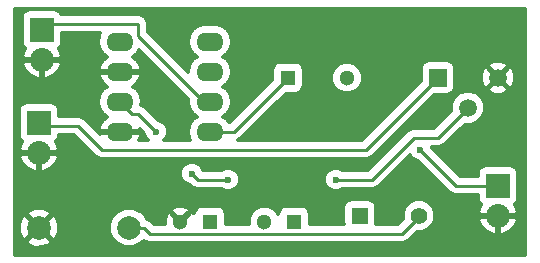
<source format=gbr>
G04 #@! TF.FileFunction,Copper,L2,Bot,Signal*
%FSLAX46Y46*%
G04 Gerber Fmt 4.6, Leading zero omitted, Abs format (unit mm)*
G04 Created by KiCad (PCBNEW 4.0.1-stable) date 08/09/2016 11:32:39 PM*
%MOMM*%
G01*
G04 APERTURE LIST*
%ADD10C,0.100000*%
%ADD11R,2.032000X2.032000*%
%ADD12O,2.032000X2.032000*%
%ADD13R,1.300000X1.300000*%
%ADD14C,1.300000*%
%ADD15R,1.400000X1.400000*%
%ADD16C,1.400000*%
%ADD17O,2.300000X1.600000*%
%ADD18C,1.998980*%
%ADD19C,1.510000*%
%ADD20R,1.510000X1.510000*%
%ADD21C,0.600000*%
%ADD22C,0.250000*%
%ADD23C,0.350000*%
G04 APERTURE END LIST*
D10*
D11*
X113284000Y-82296000D03*
D12*
X113284000Y-84836000D03*
D13*
X127508000Y-98552000D03*
D14*
X125008000Y-98552000D03*
D13*
X134620000Y-98552000D03*
D14*
X132120000Y-98552000D03*
D15*
X140208000Y-98044000D03*
D16*
X145208000Y-98044000D03*
D13*
X134112000Y-86360000D03*
D14*
X139112000Y-86360000D03*
D11*
X113030000Y-90170000D03*
D12*
X113030000Y-92710000D03*
D17*
X119888000Y-83312000D03*
X119888000Y-85852000D03*
X119888000Y-88392000D03*
X119888000Y-90932000D03*
X127508000Y-90932000D03*
X127508000Y-88392000D03*
X127508000Y-85852000D03*
X127508000Y-83312000D03*
D11*
X151892000Y-95504000D03*
D12*
X151892000Y-98044000D03*
D18*
X120650000Y-99060000D03*
X113030000Y-99060000D03*
D19*
X151892000Y-86360000D03*
D20*
X146812000Y-86360000D03*
D19*
X149352000Y-88900000D03*
D21*
X138176000Y-94996000D03*
X122936000Y-90932000D03*
X125984000Y-94488000D03*
X129032000Y-94996000D03*
X145288000Y-92456000D03*
D22*
X113284000Y-82296000D02*
X113792000Y-81788000D01*
X113792000Y-81788000D02*
X121412000Y-81788000D01*
X121412000Y-81788000D02*
X121412000Y-82804000D01*
X121412000Y-82804000D02*
X127000000Y-88392000D01*
X127000000Y-88392000D02*
X127508000Y-88392000D01*
X113030000Y-99060000D02*
X113284000Y-99060000D01*
X149352000Y-88900000D02*
X146812000Y-91440000D01*
X146812000Y-91440000D02*
X144780000Y-91440000D01*
X144780000Y-91440000D02*
X141224000Y-94996000D01*
X141224000Y-94996000D02*
X138176000Y-94996000D01*
X119888000Y-88392000D02*
X120904000Y-89408000D01*
X120904000Y-89408000D02*
X121412000Y-89408000D01*
X121412000Y-89408000D02*
X122936000Y-90932000D01*
X125984000Y-94488000D02*
X126492000Y-94996000D01*
X126492000Y-94996000D02*
X129032000Y-94996000D01*
X134112000Y-86360000D02*
X129540000Y-90932000D01*
X129540000Y-90932000D02*
X127508000Y-90932000D01*
X145208000Y-98044000D02*
X145288000Y-98044000D01*
X145288000Y-98044000D02*
X143764000Y-99568000D01*
X143764000Y-99568000D02*
X122428000Y-99568000D01*
X122428000Y-99568000D02*
X121920000Y-99060000D01*
X121920000Y-99060000D02*
X120650000Y-99060000D01*
X145288000Y-92456000D02*
X148336000Y-95504000D01*
X148336000Y-95504000D02*
X151892000Y-95504000D01*
X146812000Y-86360000D02*
X140716000Y-92456000D01*
X140716000Y-92456000D02*
X118364000Y-92456000D01*
X118364000Y-92456000D02*
X116332000Y-90424000D01*
X116332000Y-90424000D02*
X113284000Y-90424000D01*
X113284000Y-90424000D02*
X113030000Y-90170000D01*
D23*
G36*
X154182000Y-101350000D02*
X110994000Y-101350000D01*
X110994000Y-100206702D01*
X111995021Y-100206702D01*
X112086664Y-100492792D01*
X112706777Y-100744726D01*
X113376098Y-100740176D01*
X113973336Y-100492792D01*
X114064979Y-100206702D01*
X113030000Y-99171723D01*
X111995021Y-100206702D01*
X110994000Y-100206702D01*
X110994000Y-98736777D01*
X111345274Y-98736777D01*
X111349824Y-99406098D01*
X111597208Y-100003336D01*
X111883298Y-100094979D01*
X112918277Y-99060000D01*
X113141723Y-99060000D01*
X114176702Y-100094979D01*
X114462792Y-100003336D01*
X114710672Y-99393200D01*
X118967219Y-99393200D01*
X119222823Y-100011809D01*
X119695702Y-100485514D01*
X120313864Y-100742197D01*
X120983200Y-100742781D01*
X121601809Y-100487177D01*
X121912724Y-100176804D01*
X121957469Y-100206702D01*
X122118792Y-100314495D01*
X122428000Y-100376000D01*
X143764000Y-100376000D01*
X144073209Y-100314495D01*
X144335342Y-100139342D01*
X145047823Y-99426861D01*
X145481889Y-99427240D01*
X145990383Y-99217134D01*
X146379767Y-98828430D01*
X146562847Y-98387523D01*
X150228085Y-98387523D01*
X150486204Y-98998127D01*
X150958342Y-99463473D01*
X151548478Y-99707909D01*
X151813000Y-99570207D01*
X151813000Y-98123000D01*
X151971000Y-98123000D01*
X151971000Y-99570207D01*
X152235522Y-99707909D01*
X152825658Y-99463473D01*
X153297796Y-98998127D01*
X153555915Y-98387523D01*
X153418418Y-98123000D01*
X151971000Y-98123000D01*
X151813000Y-98123000D01*
X150365582Y-98123000D01*
X150228085Y-98387523D01*
X146562847Y-98387523D01*
X146590760Y-98320303D01*
X146591240Y-97770111D01*
X146381134Y-97261617D01*
X145992430Y-96872233D01*
X145484303Y-96661240D01*
X144934111Y-96660760D01*
X144425617Y-96870866D01*
X144036233Y-97259570D01*
X143825240Y-97767697D01*
X143824760Y-98317889D01*
X143838404Y-98350911D01*
X143429316Y-98760000D01*
X141601140Y-98760000D01*
X141604380Y-98744000D01*
X141604380Y-97344000D01*
X141556755Y-97090896D01*
X141407171Y-96858435D01*
X141178931Y-96702485D01*
X140908000Y-96647620D01*
X139508000Y-96647620D01*
X139254896Y-96695245D01*
X139022435Y-96844829D01*
X138866485Y-97073069D01*
X138811620Y-97344000D01*
X138811620Y-98744000D01*
X138814631Y-98760000D01*
X135966380Y-98760000D01*
X135966380Y-97902000D01*
X135918755Y-97648896D01*
X135769171Y-97416435D01*
X135540931Y-97260485D01*
X135270000Y-97205620D01*
X133970000Y-97205620D01*
X133716896Y-97253245D01*
X133484435Y-97402829D01*
X133328485Y-97631069D01*
X133280235Y-97869333D01*
X133250721Y-97797903D01*
X132876070Y-97422597D01*
X132386313Y-97219232D01*
X131856013Y-97218769D01*
X131365903Y-97421279D01*
X130990597Y-97795930D01*
X130787232Y-98285687D01*
X130786818Y-98760000D01*
X128854380Y-98760000D01*
X128854380Y-97902000D01*
X128806755Y-97648896D01*
X128657171Y-97416435D01*
X128428931Y-97260485D01*
X128158000Y-97205620D01*
X126858000Y-97205620D01*
X126604896Y-97253245D01*
X126372435Y-97402829D01*
X126216485Y-97631069D01*
X126169873Y-97861247D01*
X126152123Y-97818395D01*
X125902303Y-97769419D01*
X125119723Y-98552000D01*
X125133865Y-98566142D01*
X125022142Y-98677865D01*
X125008000Y-98663723D01*
X124993858Y-98677865D01*
X124882135Y-98566142D01*
X124896277Y-98552000D01*
X124113697Y-97769419D01*
X123863877Y-97818395D01*
X123670230Y-98312074D01*
X123678693Y-98760000D01*
X122762685Y-98760000D01*
X122491342Y-98488658D01*
X122229209Y-98313505D01*
X122155994Y-98298942D01*
X122077177Y-98108191D01*
X121627469Y-97657697D01*
X124225419Y-97657697D01*
X125008000Y-98440277D01*
X125790581Y-97657697D01*
X125741605Y-97407877D01*
X125247926Y-97214230D01*
X124717721Y-97224247D01*
X124274395Y-97407877D01*
X124225419Y-97657697D01*
X121627469Y-97657697D01*
X121604298Y-97634486D01*
X120986136Y-97377803D01*
X120316800Y-97377219D01*
X119698191Y-97632823D01*
X119224486Y-98105702D01*
X118967803Y-98723864D01*
X118967219Y-99393200D01*
X114710672Y-99393200D01*
X114714726Y-99383223D01*
X114710176Y-98713902D01*
X114462792Y-98116664D01*
X114176702Y-98025021D01*
X113141723Y-99060000D01*
X112918277Y-99060000D01*
X111883298Y-98025021D01*
X111597208Y-98116664D01*
X111345274Y-98736777D01*
X110994000Y-98736777D01*
X110994000Y-97913298D01*
X111995021Y-97913298D01*
X113030000Y-98948277D01*
X114064979Y-97913298D01*
X113973336Y-97627208D01*
X113353223Y-97375274D01*
X112683902Y-97379824D01*
X112086664Y-97627208D01*
X111995021Y-97913298D01*
X110994000Y-97913298D01*
X110994000Y-94682673D01*
X125000830Y-94682673D01*
X125150167Y-95044097D01*
X125426448Y-95320861D01*
X125787611Y-95470829D01*
X125824176Y-95470861D01*
X125920657Y-95567342D01*
X126095810Y-95684375D01*
X126182792Y-95742495D01*
X126492000Y-95804000D01*
X128449630Y-95804000D01*
X128474448Y-95828861D01*
X128835611Y-95978829D01*
X129226673Y-95979170D01*
X129588097Y-95829833D01*
X129864861Y-95553552D01*
X130014829Y-95192389D01*
X130014830Y-95190673D01*
X137192830Y-95190673D01*
X137342167Y-95552097D01*
X137618448Y-95828861D01*
X137979611Y-95978829D01*
X138370673Y-95979170D01*
X138732097Y-95829833D01*
X138757975Y-95804000D01*
X141224000Y-95804000D01*
X141533209Y-95742495D01*
X141795342Y-95567342D01*
X144423882Y-92938802D01*
X144454167Y-93012097D01*
X144730448Y-93288861D01*
X145091611Y-93438829D01*
X145128177Y-93438861D01*
X147764658Y-96075342D01*
X148026791Y-96250495D01*
X148336000Y-96312000D01*
X150179620Y-96312000D01*
X150179620Y-96520000D01*
X150227245Y-96773104D01*
X150376829Y-97005565D01*
X150491941Y-97084218D01*
X150486204Y-97089873D01*
X150228085Y-97700477D01*
X150365582Y-97965000D01*
X151813000Y-97965000D01*
X151813000Y-97945000D01*
X151971000Y-97945000D01*
X151971000Y-97965000D01*
X153418418Y-97965000D01*
X153555915Y-97700477D01*
X153297796Y-97089873D01*
X153292224Y-97084382D01*
X153393565Y-97019171D01*
X153549515Y-96790931D01*
X153604380Y-96520000D01*
X153604380Y-94488000D01*
X153556755Y-94234896D01*
X153407171Y-94002435D01*
X153178931Y-93846485D01*
X152908000Y-93791620D01*
X150876000Y-93791620D01*
X150622896Y-93839245D01*
X150390435Y-93988829D01*
X150234485Y-94217069D01*
X150179620Y-94488000D01*
X150179620Y-94696000D01*
X148670684Y-94696000D01*
X146271139Y-92296455D01*
X146271170Y-92261327D01*
X146265663Y-92248000D01*
X146812000Y-92248000D01*
X147121209Y-92186495D01*
X147383342Y-92011342D01*
X149059216Y-90335469D01*
X149064709Y-90337750D01*
X149636781Y-90338249D01*
X150165497Y-90119788D01*
X150570366Y-89715625D01*
X150789750Y-89187291D01*
X150790249Y-88615219D01*
X150571788Y-88086503D01*
X150167625Y-87681634D01*
X149639291Y-87462250D01*
X149067219Y-87461751D01*
X148538503Y-87680212D01*
X148133634Y-88084375D01*
X147914250Y-88612709D01*
X147913751Y-89184781D01*
X147916904Y-89192411D01*
X146477316Y-90632000D01*
X144780000Y-90632000D01*
X144470792Y-90693505D01*
X144411371Y-90733209D01*
X144208657Y-90868658D01*
X140889316Y-94188000D01*
X138758370Y-94188000D01*
X138733552Y-94163139D01*
X138372389Y-94013171D01*
X137981327Y-94012830D01*
X137619903Y-94162167D01*
X137343139Y-94438448D01*
X137193171Y-94799611D01*
X137192830Y-95190673D01*
X130014830Y-95190673D01*
X130015170Y-94801327D01*
X129865833Y-94439903D01*
X129589552Y-94163139D01*
X129228389Y-94013171D01*
X128837327Y-94012830D01*
X128475903Y-94162167D01*
X128450025Y-94188000D01*
X126923650Y-94188000D01*
X126817833Y-93931903D01*
X126541552Y-93655139D01*
X126180389Y-93505171D01*
X125789327Y-93504830D01*
X125427903Y-93654167D01*
X125151139Y-93930448D01*
X125001171Y-94291611D01*
X125000830Y-94682673D01*
X110994000Y-94682673D01*
X110994000Y-93053523D01*
X111366085Y-93053523D01*
X111624204Y-93664127D01*
X112096342Y-94129473D01*
X112686478Y-94373909D01*
X112951000Y-94236207D01*
X112951000Y-92789000D01*
X113109000Y-92789000D01*
X113109000Y-94236207D01*
X113373522Y-94373909D01*
X113963658Y-94129473D01*
X114435796Y-93664127D01*
X114693915Y-93053523D01*
X114556418Y-92789000D01*
X113109000Y-92789000D01*
X112951000Y-92789000D01*
X111503582Y-92789000D01*
X111366085Y-93053523D01*
X110994000Y-93053523D01*
X110994000Y-89154000D01*
X111317620Y-89154000D01*
X111317620Y-91186000D01*
X111365245Y-91439104D01*
X111514829Y-91671565D01*
X111629941Y-91750218D01*
X111624204Y-91755873D01*
X111366085Y-92366477D01*
X111503582Y-92631000D01*
X112951000Y-92631000D01*
X112951000Y-92611000D01*
X113109000Y-92611000D01*
X113109000Y-92631000D01*
X114556418Y-92631000D01*
X114693915Y-92366477D01*
X114435796Y-91755873D01*
X114430224Y-91750382D01*
X114531565Y-91685171D01*
X114687515Y-91456931D01*
X114733065Y-91232000D01*
X115997316Y-91232000D01*
X117792658Y-93027342D01*
X118054791Y-93202495D01*
X118364000Y-93264000D01*
X140716000Y-93264000D01*
X141025209Y-93202495D01*
X141287342Y-93027342D01*
X146503304Y-87811380D01*
X147567000Y-87811380D01*
X147820104Y-87763755D01*
X148052565Y-87614171D01*
X148208515Y-87385931D01*
X148219809Y-87330158D01*
X151033565Y-87330158D01*
X151095370Y-87590870D01*
X151627043Y-87802033D01*
X152199054Y-87793659D01*
X152688630Y-87590870D01*
X152750435Y-87330158D01*
X151892000Y-86471723D01*
X151033565Y-87330158D01*
X148219809Y-87330158D01*
X148263380Y-87115000D01*
X148263380Y-86095043D01*
X150449967Y-86095043D01*
X150458341Y-86667054D01*
X150661130Y-87156630D01*
X150921842Y-87218435D01*
X151780277Y-86360000D01*
X152003723Y-86360000D01*
X152862158Y-87218435D01*
X153122870Y-87156630D01*
X153334033Y-86624957D01*
X153325659Y-86052946D01*
X153122870Y-85563370D01*
X152862158Y-85501565D01*
X152003723Y-86360000D01*
X151780277Y-86360000D01*
X150921842Y-85501565D01*
X150661130Y-85563370D01*
X150449967Y-86095043D01*
X148263380Y-86095043D01*
X148263380Y-85605000D01*
X148222896Y-85389842D01*
X151033565Y-85389842D01*
X151892000Y-86248277D01*
X152750435Y-85389842D01*
X152688630Y-85129130D01*
X152156957Y-84917967D01*
X151584946Y-84926341D01*
X151095370Y-85129130D01*
X151033565Y-85389842D01*
X148222896Y-85389842D01*
X148215755Y-85351896D01*
X148066171Y-85119435D01*
X147837931Y-84963485D01*
X147567000Y-84908620D01*
X146057000Y-84908620D01*
X145803896Y-84956245D01*
X145571435Y-85105829D01*
X145415485Y-85334069D01*
X145360620Y-85605000D01*
X145360620Y-86668696D01*
X140381316Y-91648000D01*
X129894848Y-91648000D01*
X130111342Y-91503342D01*
X133908305Y-87706380D01*
X134762000Y-87706380D01*
X135015104Y-87658755D01*
X135247565Y-87509171D01*
X135403515Y-87280931D01*
X135458380Y-87010000D01*
X135458380Y-86623987D01*
X137778769Y-86623987D01*
X137981279Y-87114097D01*
X138355930Y-87489403D01*
X138845687Y-87692768D01*
X139375987Y-87693231D01*
X139866097Y-87490721D01*
X140241403Y-87116070D01*
X140444768Y-86626313D01*
X140445231Y-86096013D01*
X140242721Y-85605903D01*
X139868070Y-85230597D01*
X139378313Y-85027232D01*
X138848013Y-85026769D01*
X138357903Y-85229279D01*
X137982597Y-85603930D01*
X137779232Y-86093687D01*
X137778769Y-86623987D01*
X135458380Y-86623987D01*
X135458380Y-85710000D01*
X135410755Y-85456896D01*
X135261171Y-85224435D01*
X135032931Y-85068485D01*
X134762000Y-85013620D01*
X133462000Y-85013620D01*
X133208896Y-85061245D01*
X132976435Y-85210829D01*
X132820485Y-85439069D01*
X132765620Y-85710000D01*
X132765620Y-86563695D01*
X129205316Y-90124000D01*
X129103340Y-90124000D01*
X128942550Y-89883361D01*
X128611260Y-89662000D01*
X128942550Y-89440639D01*
X129264024Y-88959520D01*
X129376911Y-88392000D01*
X129264024Y-87824480D01*
X128942550Y-87343361D01*
X128611260Y-87122000D01*
X128942550Y-86900639D01*
X129264024Y-86419520D01*
X129376911Y-85852000D01*
X129264024Y-85284480D01*
X128942550Y-84803361D01*
X128611260Y-84582000D01*
X128942550Y-84360639D01*
X129264024Y-83879520D01*
X129376911Y-83312000D01*
X129264024Y-82744480D01*
X128942550Y-82263361D01*
X128461431Y-81941887D01*
X127893911Y-81829000D01*
X127122089Y-81829000D01*
X126554569Y-81941887D01*
X126073450Y-82263361D01*
X125751976Y-82744480D01*
X125639089Y-83312000D01*
X125751976Y-83879520D01*
X126073450Y-84360639D01*
X126404740Y-84582000D01*
X126073450Y-84803361D01*
X125751976Y-85284480D01*
X125639089Y-85852000D01*
X125648128Y-85897444D01*
X122220000Y-82469316D01*
X122220000Y-81788000D01*
X122158495Y-81478792D01*
X121983342Y-81216658D01*
X121721208Y-81041505D01*
X121412000Y-80980000D01*
X114918578Y-80980000D01*
X114799171Y-80794435D01*
X114570931Y-80638485D01*
X114300000Y-80583620D01*
X112268000Y-80583620D01*
X112014896Y-80631245D01*
X111782435Y-80780829D01*
X111626485Y-81009069D01*
X111571620Y-81280000D01*
X111571620Y-83312000D01*
X111619245Y-83565104D01*
X111768829Y-83797565D01*
X111883941Y-83876218D01*
X111878204Y-83881873D01*
X111620085Y-84492477D01*
X111757582Y-84757000D01*
X113205000Y-84757000D01*
X113205000Y-84737000D01*
X113363000Y-84737000D01*
X113363000Y-84757000D01*
X114810418Y-84757000D01*
X114947915Y-84492477D01*
X114689796Y-83881873D01*
X114684224Y-83876382D01*
X114785565Y-83811171D01*
X114941515Y-83582931D01*
X114996380Y-83312000D01*
X114996380Y-82596000D01*
X118231187Y-82596000D01*
X118131976Y-82744480D01*
X118019089Y-83312000D01*
X118131976Y-83879520D01*
X118453450Y-84360639D01*
X118794955Y-84588826D01*
X118433499Y-84859222D01*
X118137654Y-85357467D01*
X118087697Y-85542310D01*
X118228130Y-85773000D01*
X119809000Y-85773000D01*
X119809000Y-85753000D01*
X119967000Y-85753000D01*
X119967000Y-85773000D01*
X121547870Y-85773000D01*
X121688303Y-85542310D01*
X121638346Y-85357467D01*
X121342501Y-84859222D01*
X120981045Y-84588826D01*
X121322550Y-84360639D01*
X121524186Y-84058870D01*
X125675295Y-88209980D01*
X125639089Y-88392000D01*
X125751976Y-88959520D01*
X126073450Y-89440639D01*
X126404740Y-89662000D01*
X126073450Y-89883361D01*
X125751976Y-90364480D01*
X125639089Y-90932000D01*
X125751976Y-91499520D01*
X125851187Y-91648000D01*
X123610136Y-91648000D01*
X123768861Y-91489552D01*
X123918829Y-91128389D01*
X123919170Y-90737327D01*
X123769833Y-90375903D01*
X123493552Y-90099139D01*
X123132389Y-89949171D01*
X123095824Y-89949139D01*
X121983342Y-88836658D01*
X121721209Y-88661505D01*
X121703985Y-88658079D01*
X121756911Y-88392000D01*
X121644024Y-87824480D01*
X121322550Y-87343361D01*
X120981045Y-87115174D01*
X121342501Y-86844778D01*
X121638346Y-86346533D01*
X121688303Y-86161690D01*
X121547870Y-85931000D01*
X119967000Y-85931000D01*
X119967000Y-85951000D01*
X119809000Y-85951000D01*
X119809000Y-85931000D01*
X118228130Y-85931000D01*
X118087697Y-86161690D01*
X118137654Y-86346533D01*
X118433499Y-86844778D01*
X118794955Y-87115174D01*
X118453450Y-87343361D01*
X118131976Y-87824480D01*
X118019089Y-88392000D01*
X118131976Y-88959520D01*
X118453450Y-89440639D01*
X118794955Y-89668826D01*
X118433499Y-89939222D01*
X118137654Y-90437467D01*
X118087697Y-90622310D01*
X118228130Y-90853000D01*
X119809000Y-90853000D01*
X119809000Y-90833000D01*
X119967000Y-90833000D01*
X119967000Y-90853000D01*
X121547870Y-90853000D01*
X121610853Y-90749538D01*
X121952861Y-91091545D01*
X121952830Y-91126673D01*
X122102167Y-91488097D01*
X122261791Y-91648000D01*
X121506845Y-91648000D01*
X121638346Y-91426533D01*
X121688303Y-91241690D01*
X121547870Y-91011000D01*
X119967000Y-91011000D01*
X119967000Y-91031000D01*
X119809000Y-91031000D01*
X119809000Y-91011000D01*
X118228130Y-91011000D01*
X118165147Y-91114463D01*
X116903342Y-89852658D01*
X116641209Y-89677505D01*
X116332000Y-89616000D01*
X114742380Y-89616000D01*
X114742380Y-89154000D01*
X114694755Y-88900896D01*
X114545171Y-88668435D01*
X114316931Y-88512485D01*
X114046000Y-88457620D01*
X112014000Y-88457620D01*
X111760896Y-88505245D01*
X111528435Y-88654829D01*
X111372485Y-88883069D01*
X111317620Y-89154000D01*
X110994000Y-89154000D01*
X110994000Y-85179523D01*
X111620085Y-85179523D01*
X111878204Y-85790127D01*
X112350342Y-86255473D01*
X112940478Y-86499909D01*
X113205000Y-86362207D01*
X113205000Y-84915000D01*
X113363000Y-84915000D01*
X113363000Y-86362207D01*
X113627522Y-86499909D01*
X114217658Y-86255473D01*
X114689796Y-85790127D01*
X114947915Y-85179523D01*
X114810418Y-84915000D01*
X113363000Y-84915000D01*
X113205000Y-84915000D01*
X111757582Y-84915000D01*
X111620085Y-85179523D01*
X110994000Y-85179523D01*
X110994000Y-80514000D01*
X154182000Y-80514000D01*
X154182000Y-101350000D01*
X154182000Y-101350000D01*
G37*
X154182000Y-101350000D02*
X110994000Y-101350000D01*
X110994000Y-100206702D01*
X111995021Y-100206702D01*
X112086664Y-100492792D01*
X112706777Y-100744726D01*
X113376098Y-100740176D01*
X113973336Y-100492792D01*
X114064979Y-100206702D01*
X113030000Y-99171723D01*
X111995021Y-100206702D01*
X110994000Y-100206702D01*
X110994000Y-98736777D01*
X111345274Y-98736777D01*
X111349824Y-99406098D01*
X111597208Y-100003336D01*
X111883298Y-100094979D01*
X112918277Y-99060000D01*
X113141723Y-99060000D01*
X114176702Y-100094979D01*
X114462792Y-100003336D01*
X114710672Y-99393200D01*
X118967219Y-99393200D01*
X119222823Y-100011809D01*
X119695702Y-100485514D01*
X120313864Y-100742197D01*
X120983200Y-100742781D01*
X121601809Y-100487177D01*
X121912724Y-100176804D01*
X121957469Y-100206702D01*
X122118792Y-100314495D01*
X122428000Y-100376000D01*
X143764000Y-100376000D01*
X144073209Y-100314495D01*
X144335342Y-100139342D01*
X145047823Y-99426861D01*
X145481889Y-99427240D01*
X145990383Y-99217134D01*
X146379767Y-98828430D01*
X146562847Y-98387523D01*
X150228085Y-98387523D01*
X150486204Y-98998127D01*
X150958342Y-99463473D01*
X151548478Y-99707909D01*
X151813000Y-99570207D01*
X151813000Y-98123000D01*
X151971000Y-98123000D01*
X151971000Y-99570207D01*
X152235522Y-99707909D01*
X152825658Y-99463473D01*
X153297796Y-98998127D01*
X153555915Y-98387523D01*
X153418418Y-98123000D01*
X151971000Y-98123000D01*
X151813000Y-98123000D01*
X150365582Y-98123000D01*
X150228085Y-98387523D01*
X146562847Y-98387523D01*
X146590760Y-98320303D01*
X146591240Y-97770111D01*
X146381134Y-97261617D01*
X145992430Y-96872233D01*
X145484303Y-96661240D01*
X144934111Y-96660760D01*
X144425617Y-96870866D01*
X144036233Y-97259570D01*
X143825240Y-97767697D01*
X143824760Y-98317889D01*
X143838404Y-98350911D01*
X143429316Y-98760000D01*
X141601140Y-98760000D01*
X141604380Y-98744000D01*
X141604380Y-97344000D01*
X141556755Y-97090896D01*
X141407171Y-96858435D01*
X141178931Y-96702485D01*
X140908000Y-96647620D01*
X139508000Y-96647620D01*
X139254896Y-96695245D01*
X139022435Y-96844829D01*
X138866485Y-97073069D01*
X138811620Y-97344000D01*
X138811620Y-98744000D01*
X138814631Y-98760000D01*
X135966380Y-98760000D01*
X135966380Y-97902000D01*
X135918755Y-97648896D01*
X135769171Y-97416435D01*
X135540931Y-97260485D01*
X135270000Y-97205620D01*
X133970000Y-97205620D01*
X133716896Y-97253245D01*
X133484435Y-97402829D01*
X133328485Y-97631069D01*
X133280235Y-97869333D01*
X133250721Y-97797903D01*
X132876070Y-97422597D01*
X132386313Y-97219232D01*
X131856013Y-97218769D01*
X131365903Y-97421279D01*
X130990597Y-97795930D01*
X130787232Y-98285687D01*
X130786818Y-98760000D01*
X128854380Y-98760000D01*
X128854380Y-97902000D01*
X128806755Y-97648896D01*
X128657171Y-97416435D01*
X128428931Y-97260485D01*
X128158000Y-97205620D01*
X126858000Y-97205620D01*
X126604896Y-97253245D01*
X126372435Y-97402829D01*
X126216485Y-97631069D01*
X126169873Y-97861247D01*
X126152123Y-97818395D01*
X125902303Y-97769419D01*
X125119723Y-98552000D01*
X125133865Y-98566142D01*
X125022142Y-98677865D01*
X125008000Y-98663723D01*
X124993858Y-98677865D01*
X124882135Y-98566142D01*
X124896277Y-98552000D01*
X124113697Y-97769419D01*
X123863877Y-97818395D01*
X123670230Y-98312074D01*
X123678693Y-98760000D01*
X122762685Y-98760000D01*
X122491342Y-98488658D01*
X122229209Y-98313505D01*
X122155994Y-98298942D01*
X122077177Y-98108191D01*
X121627469Y-97657697D01*
X124225419Y-97657697D01*
X125008000Y-98440277D01*
X125790581Y-97657697D01*
X125741605Y-97407877D01*
X125247926Y-97214230D01*
X124717721Y-97224247D01*
X124274395Y-97407877D01*
X124225419Y-97657697D01*
X121627469Y-97657697D01*
X121604298Y-97634486D01*
X120986136Y-97377803D01*
X120316800Y-97377219D01*
X119698191Y-97632823D01*
X119224486Y-98105702D01*
X118967803Y-98723864D01*
X118967219Y-99393200D01*
X114710672Y-99393200D01*
X114714726Y-99383223D01*
X114710176Y-98713902D01*
X114462792Y-98116664D01*
X114176702Y-98025021D01*
X113141723Y-99060000D01*
X112918277Y-99060000D01*
X111883298Y-98025021D01*
X111597208Y-98116664D01*
X111345274Y-98736777D01*
X110994000Y-98736777D01*
X110994000Y-97913298D01*
X111995021Y-97913298D01*
X113030000Y-98948277D01*
X114064979Y-97913298D01*
X113973336Y-97627208D01*
X113353223Y-97375274D01*
X112683902Y-97379824D01*
X112086664Y-97627208D01*
X111995021Y-97913298D01*
X110994000Y-97913298D01*
X110994000Y-94682673D01*
X125000830Y-94682673D01*
X125150167Y-95044097D01*
X125426448Y-95320861D01*
X125787611Y-95470829D01*
X125824176Y-95470861D01*
X125920657Y-95567342D01*
X126095810Y-95684375D01*
X126182792Y-95742495D01*
X126492000Y-95804000D01*
X128449630Y-95804000D01*
X128474448Y-95828861D01*
X128835611Y-95978829D01*
X129226673Y-95979170D01*
X129588097Y-95829833D01*
X129864861Y-95553552D01*
X130014829Y-95192389D01*
X130014830Y-95190673D01*
X137192830Y-95190673D01*
X137342167Y-95552097D01*
X137618448Y-95828861D01*
X137979611Y-95978829D01*
X138370673Y-95979170D01*
X138732097Y-95829833D01*
X138757975Y-95804000D01*
X141224000Y-95804000D01*
X141533209Y-95742495D01*
X141795342Y-95567342D01*
X144423882Y-92938802D01*
X144454167Y-93012097D01*
X144730448Y-93288861D01*
X145091611Y-93438829D01*
X145128177Y-93438861D01*
X147764658Y-96075342D01*
X148026791Y-96250495D01*
X148336000Y-96312000D01*
X150179620Y-96312000D01*
X150179620Y-96520000D01*
X150227245Y-96773104D01*
X150376829Y-97005565D01*
X150491941Y-97084218D01*
X150486204Y-97089873D01*
X150228085Y-97700477D01*
X150365582Y-97965000D01*
X151813000Y-97965000D01*
X151813000Y-97945000D01*
X151971000Y-97945000D01*
X151971000Y-97965000D01*
X153418418Y-97965000D01*
X153555915Y-97700477D01*
X153297796Y-97089873D01*
X153292224Y-97084382D01*
X153393565Y-97019171D01*
X153549515Y-96790931D01*
X153604380Y-96520000D01*
X153604380Y-94488000D01*
X153556755Y-94234896D01*
X153407171Y-94002435D01*
X153178931Y-93846485D01*
X152908000Y-93791620D01*
X150876000Y-93791620D01*
X150622896Y-93839245D01*
X150390435Y-93988829D01*
X150234485Y-94217069D01*
X150179620Y-94488000D01*
X150179620Y-94696000D01*
X148670684Y-94696000D01*
X146271139Y-92296455D01*
X146271170Y-92261327D01*
X146265663Y-92248000D01*
X146812000Y-92248000D01*
X147121209Y-92186495D01*
X147383342Y-92011342D01*
X149059216Y-90335469D01*
X149064709Y-90337750D01*
X149636781Y-90338249D01*
X150165497Y-90119788D01*
X150570366Y-89715625D01*
X150789750Y-89187291D01*
X150790249Y-88615219D01*
X150571788Y-88086503D01*
X150167625Y-87681634D01*
X149639291Y-87462250D01*
X149067219Y-87461751D01*
X148538503Y-87680212D01*
X148133634Y-88084375D01*
X147914250Y-88612709D01*
X147913751Y-89184781D01*
X147916904Y-89192411D01*
X146477316Y-90632000D01*
X144780000Y-90632000D01*
X144470792Y-90693505D01*
X144411371Y-90733209D01*
X144208657Y-90868658D01*
X140889316Y-94188000D01*
X138758370Y-94188000D01*
X138733552Y-94163139D01*
X138372389Y-94013171D01*
X137981327Y-94012830D01*
X137619903Y-94162167D01*
X137343139Y-94438448D01*
X137193171Y-94799611D01*
X137192830Y-95190673D01*
X130014830Y-95190673D01*
X130015170Y-94801327D01*
X129865833Y-94439903D01*
X129589552Y-94163139D01*
X129228389Y-94013171D01*
X128837327Y-94012830D01*
X128475903Y-94162167D01*
X128450025Y-94188000D01*
X126923650Y-94188000D01*
X126817833Y-93931903D01*
X126541552Y-93655139D01*
X126180389Y-93505171D01*
X125789327Y-93504830D01*
X125427903Y-93654167D01*
X125151139Y-93930448D01*
X125001171Y-94291611D01*
X125000830Y-94682673D01*
X110994000Y-94682673D01*
X110994000Y-93053523D01*
X111366085Y-93053523D01*
X111624204Y-93664127D01*
X112096342Y-94129473D01*
X112686478Y-94373909D01*
X112951000Y-94236207D01*
X112951000Y-92789000D01*
X113109000Y-92789000D01*
X113109000Y-94236207D01*
X113373522Y-94373909D01*
X113963658Y-94129473D01*
X114435796Y-93664127D01*
X114693915Y-93053523D01*
X114556418Y-92789000D01*
X113109000Y-92789000D01*
X112951000Y-92789000D01*
X111503582Y-92789000D01*
X111366085Y-93053523D01*
X110994000Y-93053523D01*
X110994000Y-89154000D01*
X111317620Y-89154000D01*
X111317620Y-91186000D01*
X111365245Y-91439104D01*
X111514829Y-91671565D01*
X111629941Y-91750218D01*
X111624204Y-91755873D01*
X111366085Y-92366477D01*
X111503582Y-92631000D01*
X112951000Y-92631000D01*
X112951000Y-92611000D01*
X113109000Y-92611000D01*
X113109000Y-92631000D01*
X114556418Y-92631000D01*
X114693915Y-92366477D01*
X114435796Y-91755873D01*
X114430224Y-91750382D01*
X114531565Y-91685171D01*
X114687515Y-91456931D01*
X114733065Y-91232000D01*
X115997316Y-91232000D01*
X117792658Y-93027342D01*
X118054791Y-93202495D01*
X118364000Y-93264000D01*
X140716000Y-93264000D01*
X141025209Y-93202495D01*
X141287342Y-93027342D01*
X146503304Y-87811380D01*
X147567000Y-87811380D01*
X147820104Y-87763755D01*
X148052565Y-87614171D01*
X148208515Y-87385931D01*
X148219809Y-87330158D01*
X151033565Y-87330158D01*
X151095370Y-87590870D01*
X151627043Y-87802033D01*
X152199054Y-87793659D01*
X152688630Y-87590870D01*
X152750435Y-87330158D01*
X151892000Y-86471723D01*
X151033565Y-87330158D01*
X148219809Y-87330158D01*
X148263380Y-87115000D01*
X148263380Y-86095043D01*
X150449967Y-86095043D01*
X150458341Y-86667054D01*
X150661130Y-87156630D01*
X150921842Y-87218435D01*
X151780277Y-86360000D01*
X152003723Y-86360000D01*
X152862158Y-87218435D01*
X153122870Y-87156630D01*
X153334033Y-86624957D01*
X153325659Y-86052946D01*
X153122870Y-85563370D01*
X152862158Y-85501565D01*
X152003723Y-86360000D01*
X151780277Y-86360000D01*
X150921842Y-85501565D01*
X150661130Y-85563370D01*
X150449967Y-86095043D01*
X148263380Y-86095043D01*
X148263380Y-85605000D01*
X148222896Y-85389842D01*
X151033565Y-85389842D01*
X151892000Y-86248277D01*
X152750435Y-85389842D01*
X152688630Y-85129130D01*
X152156957Y-84917967D01*
X151584946Y-84926341D01*
X151095370Y-85129130D01*
X151033565Y-85389842D01*
X148222896Y-85389842D01*
X148215755Y-85351896D01*
X148066171Y-85119435D01*
X147837931Y-84963485D01*
X147567000Y-84908620D01*
X146057000Y-84908620D01*
X145803896Y-84956245D01*
X145571435Y-85105829D01*
X145415485Y-85334069D01*
X145360620Y-85605000D01*
X145360620Y-86668696D01*
X140381316Y-91648000D01*
X129894848Y-91648000D01*
X130111342Y-91503342D01*
X133908305Y-87706380D01*
X134762000Y-87706380D01*
X135015104Y-87658755D01*
X135247565Y-87509171D01*
X135403515Y-87280931D01*
X135458380Y-87010000D01*
X135458380Y-86623987D01*
X137778769Y-86623987D01*
X137981279Y-87114097D01*
X138355930Y-87489403D01*
X138845687Y-87692768D01*
X139375987Y-87693231D01*
X139866097Y-87490721D01*
X140241403Y-87116070D01*
X140444768Y-86626313D01*
X140445231Y-86096013D01*
X140242721Y-85605903D01*
X139868070Y-85230597D01*
X139378313Y-85027232D01*
X138848013Y-85026769D01*
X138357903Y-85229279D01*
X137982597Y-85603930D01*
X137779232Y-86093687D01*
X137778769Y-86623987D01*
X135458380Y-86623987D01*
X135458380Y-85710000D01*
X135410755Y-85456896D01*
X135261171Y-85224435D01*
X135032931Y-85068485D01*
X134762000Y-85013620D01*
X133462000Y-85013620D01*
X133208896Y-85061245D01*
X132976435Y-85210829D01*
X132820485Y-85439069D01*
X132765620Y-85710000D01*
X132765620Y-86563695D01*
X129205316Y-90124000D01*
X129103340Y-90124000D01*
X128942550Y-89883361D01*
X128611260Y-89662000D01*
X128942550Y-89440639D01*
X129264024Y-88959520D01*
X129376911Y-88392000D01*
X129264024Y-87824480D01*
X128942550Y-87343361D01*
X128611260Y-87122000D01*
X128942550Y-86900639D01*
X129264024Y-86419520D01*
X129376911Y-85852000D01*
X129264024Y-85284480D01*
X128942550Y-84803361D01*
X128611260Y-84582000D01*
X128942550Y-84360639D01*
X129264024Y-83879520D01*
X129376911Y-83312000D01*
X129264024Y-82744480D01*
X128942550Y-82263361D01*
X128461431Y-81941887D01*
X127893911Y-81829000D01*
X127122089Y-81829000D01*
X126554569Y-81941887D01*
X126073450Y-82263361D01*
X125751976Y-82744480D01*
X125639089Y-83312000D01*
X125751976Y-83879520D01*
X126073450Y-84360639D01*
X126404740Y-84582000D01*
X126073450Y-84803361D01*
X125751976Y-85284480D01*
X125639089Y-85852000D01*
X125648128Y-85897444D01*
X122220000Y-82469316D01*
X122220000Y-81788000D01*
X122158495Y-81478792D01*
X121983342Y-81216658D01*
X121721208Y-81041505D01*
X121412000Y-80980000D01*
X114918578Y-80980000D01*
X114799171Y-80794435D01*
X114570931Y-80638485D01*
X114300000Y-80583620D01*
X112268000Y-80583620D01*
X112014896Y-80631245D01*
X111782435Y-80780829D01*
X111626485Y-81009069D01*
X111571620Y-81280000D01*
X111571620Y-83312000D01*
X111619245Y-83565104D01*
X111768829Y-83797565D01*
X111883941Y-83876218D01*
X111878204Y-83881873D01*
X111620085Y-84492477D01*
X111757582Y-84757000D01*
X113205000Y-84757000D01*
X113205000Y-84737000D01*
X113363000Y-84737000D01*
X113363000Y-84757000D01*
X114810418Y-84757000D01*
X114947915Y-84492477D01*
X114689796Y-83881873D01*
X114684224Y-83876382D01*
X114785565Y-83811171D01*
X114941515Y-83582931D01*
X114996380Y-83312000D01*
X114996380Y-82596000D01*
X118231187Y-82596000D01*
X118131976Y-82744480D01*
X118019089Y-83312000D01*
X118131976Y-83879520D01*
X118453450Y-84360639D01*
X118794955Y-84588826D01*
X118433499Y-84859222D01*
X118137654Y-85357467D01*
X118087697Y-85542310D01*
X118228130Y-85773000D01*
X119809000Y-85773000D01*
X119809000Y-85753000D01*
X119967000Y-85753000D01*
X119967000Y-85773000D01*
X121547870Y-85773000D01*
X121688303Y-85542310D01*
X121638346Y-85357467D01*
X121342501Y-84859222D01*
X120981045Y-84588826D01*
X121322550Y-84360639D01*
X121524186Y-84058870D01*
X125675295Y-88209980D01*
X125639089Y-88392000D01*
X125751976Y-88959520D01*
X126073450Y-89440639D01*
X126404740Y-89662000D01*
X126073450Y-89883361D01*
X125751976Y-90364480D01*
X125639089Y-90932000D01*
X125751976Y-91499520D01*
X125851187Y-91648000D01*
X123610136Y-91648000D01*
X123768861Y-91489552D01*
X123918829Y-91128389D01*
X123919170Y-90737327D01*
X123769833Y-90375903D01*
X123493552Y-90099139D01*
X123132389Y-89949171D01*
X123095824Y-89949139D01*
X121983342Y-88836658D01*
X121721209Y-88661505D01*
X121703985Y-88658079D01*
X121756911Y-88392000D01*
X121644024Y-87824480D01*
X121322550Y-87343361D01*
X120981045Y-87115174D01*
X121342501Y-86844778D01*
X121638346Y-86346533D01*
X121688303Y-86161690D01*
X121547870Y-85931000D01*
X119967000Y-85931000D01*
X119967000Y-85951000D01*
X119809000Y-85951000D01*
X119809000Y-85931000D01*
X118228130Y-85931000D01*
X118087697Y-86161690D01*
X118137654Y-86346533D01*
X118433499Y-86844778D01*
X118794955Y-87115174D01*
X118453450Y-87343361D01*
X118131976Y-87824480D01*
X118019089Y-88392000D01*
X118131976Y-88959520D01*
X118453450Y-89440639D01*
X118794955Y-89668826D01*
X118433499Y-89939222D01*
X118137654Y-90437467D01*
X118087697Y-90622310D01*
X118228130Y-90853000D01*
X119809000Y-90853000D01*
X119809000Y-90833000D01*
X119967000Y-90833000D01*
X119967000Y-90853000D01*
X121547870Y-90853000D01*
X121610853Y-90749538D01*
X121952861Y-91091545D01*
X121952830Y-91126673D01*
X122102167Y-91488097D01*
X122261791Y-91648000D01*
X121506845Y-91648000D01*
X121638346Y-91426533D01*
X121688303Y-91241690D01*
X121547870Y-91011000D01*
X119967000Y-91011000D01*
X119967000Y-91031000D01*
X119809000Y-91031000D01*
X119809000Y-91011000D01*
X118228130Y-91011000D01*
X118165147Y-91114463D01*
X116903342Y-89852658D01*
X116641209Y-89677505D01*
X116332000Y-89616000D01*
X114742380Y-89616000D01*
X114742380Y-89154000D01*
X114694755Y-88900896D01*
X114545171Y-88668435D01*
X114316931Y-88512485D01*
X114046000Y-88457620D01*
X112014000Y-88457620D01*
X111760896Y-88505245D01*
X111528435Y-88654829D01*
X111372485Y-88883069D01*
X111317620Y-89154000D01*
X110994000Y-89154000D01*
X110994000Y-85179523D01*
X111620085Y-85179523D01*
X111878204Y-85790127D01*
X112350342Y-86255473D01*
X112940478Y-86499909D01*
X113205000Y-86362207D01*
X113205000Y-84915000D01*
X113363000Y-84915000D01*
X113363000Y-86362207D01*
X113627522Y-86499909D01*
X114217658Y-86255473D01*
X114689796Y-85790127D01*
X114947915Y-85179523D01*
X114810418Y-84915000D01*
X113363000Y-84915000D01*
X113205000Y-84915000D01*
X111757582Y-84915000D01*
X111620085Y-85179523D01*
X110994000Y-85179523D01*
X110994000Y-80514000D01*
X154182000Y-80514000D01*
X154182000Y-101350000D01*
M02*

</source>
